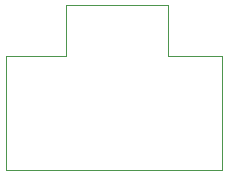
<source format=gbr>
%TF.GenerationSoftware,KiCad,Pcbnew,5.1.9+dfsg1-1*%
%TF.CreationDate,2021-12-22T14:06:06+01:00*%
%TF.ProjectId,adapter,61646170-7465-4722-9e6b-696361645f70,rev?*%
%TF.SameCoordinates,Original*%
%TF.FileFunction,Profile,NP*%
%FSLAX46Y46*%
G04 Gerber Fmt 4.6, Leading zero omitted, Abs format (unit mm)*
G04 Created by KiCad (PCBNEW 5.1.9+dfsg1-1) date 2021-12-22 14:06:06*
%MOMM*%
%LPD*%
G01*
G04 APERTURE LIST*
%TA.AperFunction,Profile*%
%ADD10C,0.050000*%
%TD*%
G04 APERTURE END LIST*
D10*
X138938000Y-42164000D02*
X138938000Y-46482000D01*
X130302000Y-42164000D02*
X138938000Y-42164000D01*
X130302000Y-46482000D02*
X130302000Y-42164000D01*
X125222000Y-46482000D02*
X130302000Y-46482000D01*
X125222000Y-56134000D02*
X125222000Y-46482000D01*
X125476000Y-56134000D02*
X125222000Y-56134000D01*
X143510000Y-56134000D02*
X125476000Y-56134000D01*
X143510000Y-46482000D02*
X143510000Y-56134000D01*
X138938000Y-46482000D02*
X143510000Y-46482000D01*
M02*

</source>
